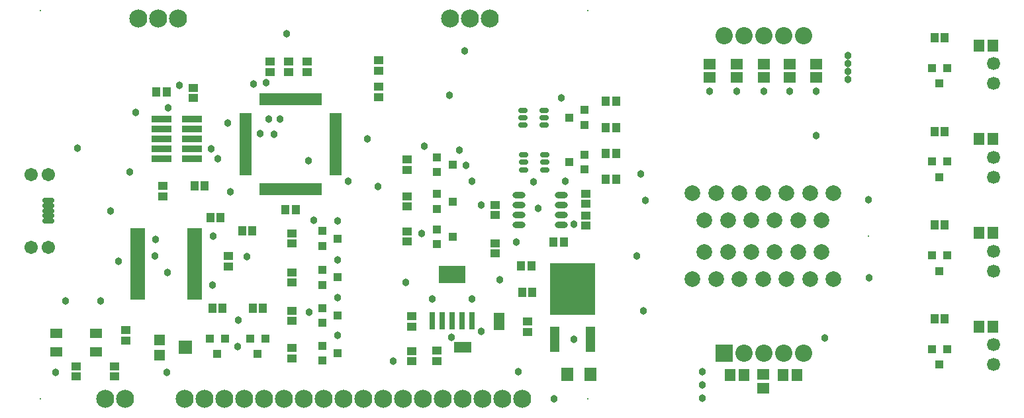
<source format=gbr>
%TF.GenerationSoftware,Altium Limited,Altium Designer,19.0.10 (269)*%
G04 Layer_Color=16711935*
%FSLAX26Y26*%
%MOIN*%
%TF.FileFunction,Soldermask,Bot*%
%TF.Part,Single*%
G01*
G75*
%TA.AperFunction,SMDPad,CuDef*%
%ADD51R,0.039496X0.043433*%
%ADD52R,0.041465X0.045402*%
%ADD53R,0.053276X0.061150*%
%ADD54R,0.102488X0.037921*%
%ADD55R,0.072961X0.027291*%
%ADD56R,0.019811X0.061150*%
%ADD57R,0.061150X0.019811*%
%ADD58R,0.031622X0.090677*%
%ADD59R,0.133984X0.090677*%
%ADD60O,0.047370X0.027685*%
%ADD61O,0.065087X0.031622*%
%ADD62R,0.088709X0.053276*%
%ADD63R,0.053276X0.088709*%
%ADD64R,0.045402X0.041465*%
%ADD65R,0.067055X0.070992*%
%ADD66R,0.055244X0.055244*%
%ADD67R,0.061150X0.053276*%
%ADD68R,0.047370X0.126110*%
%ADD69R,0.226504X0.259969*%
%ADD70R,0.043433X0.039496*%
%TA.AperFunction,ConnectorPad*%
G04:AMPARAMS|DCode=71|XSize=23.748mil|YSize=59.181mil|CornerRadius=7.937mil|HoleSize=0mil|Usage=FLASHONLY|Rotation=90.000|XOffset=0mil|YOffset=0mil|HoleType=Round|Shape=RoundedRectangle|*
%AMROUNDEDRECTD71*
21,1,0.023748,0.043307,0,0,90.0*
21,1,0.007874,0.059181,0,0,90.0*
1,1,0.015874,0.021654,0.003937*
1,1,0.015874,0.021654,-0.003937*
1,1,0.015874,-0.021654,-0.003937*
1,1,0.015874,-0.021654,0.003937*
%
%ADD71ROUNDEDRECTD71*%
%TA.AperFunction,SMDPad,CuDef*%
%ADD72R,0.059181X0.051307*%
%ADD73R,0.061150X0.065087*%
%ADD74R,0.047370X0.043433*%
%ADD75R,0.043433X0.047370*%
%TA.AperFunction,ComponentPad*%
%ADD76C,0.090677*%
%ADD77C,0.008000*%
%ADD78C,0.078866*%
%ADD79C,0.067055*%
%ADD80C,0.086740*%
%ADD81R,0.086740X0.086740*%
%ADD82C,0.066268*%
%TA.AperFunction,ViaPad*%
%ADD83C,0.038000*%
D51*
X4625984Y744055D02*
D03*
X4663386Y822795D02*
D03*
X4588583D02*
D03*
X4625984Y1688937D02*
D03*
X4663386Y1767677D02*
D03*
X4588583D02*
D03*
X4625984Y1216496D02*
D03*
X4663386Y1295236D02*
D03*
X4588583D02*
D03*
X4625984Y271614D02*
D03*
X4663386Y350354D02*
D03*
X4588583D02*
D03*
X989409Y324882D02*
D03*
X1026811Y403622D02*
D03*
X952008D02*
D03*
X1192913Y324882D02*
D03*
X1230315Y403622D02*
D03*
X1155512D02*
D03*
D52*
X4651575Y1920236D02*
D03*
X4600394D02*
D03*
X4651575Y1447795D02*
D03*
X4600394D02*
D03*
X4651575Y975354D02*
D03*
X4600394D02*
D03*
X4651575Y502913D02*
D03*
X4600394D02*
D03*
X926181Y1173228D02*
D03*
X875000D02*
D03*
X953740Y1013779D02*
D03*
X1004921D02*
D03*
X963819Y556181D02*
D03*
X1015000D02*
D03*
X1113189Y945866D02*
D03*
X1164370D02*
D03*
X1167323Y555118D02*
D03*
X1218504D02*
D03*
X2523622Y635827D02*
D03*
X2574803D02*
D03*
X2997047Y1598097D02*
D03*
X2945866D02*
D03*
X2997047Y1467848D02*
D03*
X2945866D02*
D03*
X2997047Y1337598D02*
D03*
X2945866D02*
D03*
X2997047Y1207349D02*
D03*
X2945866D02*
D03*
D53*
X4824803Y937008D02*
D03*
X4893701D02*
D03*
X4824803Y1880637D02*
D03*
X4893701D02*
D03*
X4824803Y1409449D02*
D03*
X4893701D02*
D03*
X4824803Y463583D02*
D03*
X4893701D02*
D03*
X3640748Y219488D02*
D03*
X3571850D02*
D03*
X3839567Y218504D02*
D03*
X3908464D02*
D03*
D54*
X862205Y1509449D02*
D03*
X708662D02*
D03*
X862205Y1459449D02*
D03*
X708662D02*
D03*
X862205Y1409449D02*
D03*
X708662D02*
D03*
X862205Y1359449D02*
D03*
X708662D02*
D03*
X862205Y1309449D02*
D03*
X708662D02*
D03*
D55*
X588583Y613189D02*
D03*
Y638780D02*
D03*
Y664370D02*
D03*
Y689961D02*
D03*
Y715551D02*
D03*
Y741142D02*
D03*
Y766732D02*
D03*
Y792323D02*
D03*
Y817913D02*
D03*
Y843504D02*
D03*
Y869095D02*
D03*
Y894685D02*
D03*
Y920276D02*
D03*
Y945866D02*
D03*
X874016Y613189D02*
D03*
Y638780D02*
D03*
Y664370D02*
D03*
Y689961D02*
D03*
Y715551D02*
D03*
Y741142D02*
D03*
Y766732D02*
D03*
Y792323D02*
D03*
Y817913D02*
D03*
Y843504D02*
D03*
Y869095D02*
D03*
Y894685D02*
D03*
Y920276D02*
D03*
Y945866D02*
D03*
D56*
X1210630Y1609252D02*
D03*
X1230315D02*
D03*
X1250000D02*
D03*
X1269685D02*
D03*
X1289370D02*
D03*
X1309055D02*
D03*
X1328740D02*
D03*
X1348425D02*
D03*
X1368110D02*
D03*
X1387795D02*
D03*
X1407480D02*
D03*
X1427165D02*
D03*
X1446850D02*
D03*
X1466535D02*
D03*
X1486220D02*
D03*
X1505906D02*
D03*
Y1156496D02*
D03*
X1486220D02*
D03*
X1466535D02*
D03*
X1446850D02*
D03*
X1427165D02*
D03*
X1407480D02*
D03*
X1387795D02*
D03*
X1368110D02*
D03*
X1348425D02*
D03*
X1328740D02*
D03*
X1309055D02*
D03*
X1289370D02*
D03*
X1269685D02*
D03*
X1250000D02*
D03*
X1230315D02*
D03*
X1210630D02*
D03*
D57*
X1584646Y1530512D02*
D03*
Y1510827D02*
D03*
Y1491142D02*
D03*
Y1471457D02*
D03*
Y1451772D02*
D03*
Y1432087D02*
D03*
Y1412402D02*
D03*
Y1392717D02*
D03*
Y1373032D02*
D03*
Y1353347D02*
D03*
Y1333661D02*
D03*
Y1313976D02*
D03*
Y1294291D02*
D03*
Y1274606D02*
D03*
Y1254921D02*
D03*
Y1235236D02*
D03*
X1131890D02*
D03*
Y1254921D02*
D03*
Y1274606D02*
D03*
Y1294291D02*
D03*
Y1313976D02*
D03*
Y1333661D02*
D03*
Y1353347D02*
D03*
Y1373032D02*
D03*
Y1392717D02*
D03*
Y1412402D02*
D03*
Y1432087D02*
D03*
Y1451772D02*
D03*
Y1471457D02*
D03*
Y1491142D02*
D03*
Y1510827D02*
D03*
Y1530512D02*
D03*
D58*
X2271260Y493110D02*
D03*
X2221260D02*
D03*
X2171260D02*
D03*
X2121260D02*
D03*
X2071260D02*
D03*
D59*
X2171260Y727362D02*
D03*
D60*
X2635827Y1553937D02*
D03*
Y1516535D02*
D03*
Y1479134D02*
D03*
X2529528Y1553937D02*
D03*
Y1516535D02*
D03*
Y1479134D02*
D03*
X2637795Y1328740D02*
D03*
Y1291339D02*
D03*
Y1253937D02*
D03*
X2531496Y1328740D02*
D03*
Y1291339D02*
D03*
Y1253937D02*
D03*
D61*
X2722441Y1126181D02*
D03*
Y1076181D02*
D03*
Y1026181D02*
D03*
Y976181D02*
D03*
X2507874Y1126181D02*
D03*
Y1076181D02*
D03*
Y1026181D02*
D03*
Y976181D02*
D03*
D62*
X2223425Y359252D02*
D03*
D63*
X2407480Y490158D02*
D03*
D64*
X277559Y262795D02*
D03*
Y211614D02*
D03*
X471457Y262795D02*
D03*
Y211614D02*
D03*
X868110Y1615157D02*
D03*
Y1666339D02*
D03*
X1364173Y737205D02*
D03*
Y686024D02*
D03*
Y544370D02*
D03*
Y493189D02*
D03*
X1364225Y355303D02*
D03*
Y304122D02*
D03*
X1364461Y933182D02*
D03*
Y882001D02*
D03*
X1943898Y1305040D02*
D03*
Y1253859D02*
D03*
X1943898Y1120000D02*
D03*
Y1068819D02*
D03*
Y942835D02*
D03*
Y891654D02*
D03*
X1969488Y514764D02*
D03*
Y463583D02*
D03*
Y339567D02*
D03*
Y288386D02*
D03*
X2389370Y831693D02*
D03*
Y882874D02*
D03*
X2844488Y1132874D02*
D03*
Y1081693D02*
D03*
Y1022638D02*
D03*
Y971457D02*
D03*
D65*
X826772Y358268D02*
D03*
D66*
X698819Y397638D02*
D03*
Y318898D02*
D03*
D67*
X3467520Y1718504D02*
D03*
Y1787402D02*
D03*
X3606299Y1718504D02*
D03*
Y1787402D02*
D03*
X3737010Y221457D02*
D03*
Y152559D02*
D03*
X3740157Y1718504D02*
D03*
Y1787402D02*
D03*
X3873032Y1718504D02*
D03*
Y1787402D02*
D03*
X4004921Y1718504D02*
D03*
Y1787402D02*
D03*
D68*
X2868701Y399606D02*
D03*
X2688386D02*
D03*
D69*
X2778543Y653543D02*
D03*
D70*
X1595472Y711614D02*
D03*
X1516732Y749016D02*
D03*
Y674213D02*
D03*
X1595472Y518779D02*
D03*
X1516732Y556181D02*
D03*
Y481378D02*
D03*
X1595524Y329712D02*
D03*
X1516784Y367114D02*
D03*
Y292311D02*
D03*
X1595760Y907591D02*
D03*
X1517020Y944993D02*
D03*
Y870190D02*
D03*
X2175197Y1279449D02*
D03*
X2096457Y1316851D02*
D03*
Y1242047D02*
D03*
X2175197Y1094410D02*
D03*
X2096457Y1131811D02*
D03*
Y1057008D02*
D03*
X2175197Y915276D02*
D03*
X2096457Y952677D02*
D03*
Y877874D02*
D03*
X2759842Y1517717D02*
D03*
X2838583Y1480315D02*
D03*
Y1555118D02*
D03*
X2759842Y1292323D02*
D03*
X2838583Y1254921D02*
D03*
Y1329725D02*
D03*
D71*
X139764Y1098425D02*
D03*
Y1072834D02*
D03*
Y1047244D02*
D03*
Y1021653D02*
D03*
Y996063D02*
D03*
D72*
X177165Y337598D02*
D03*
Y428150D02*
D03*
X377953Y337598D02*
D03*
Y428150D02*
D03*
D73*
X2751969Y223425D02*
D03*
X2868110D02*
D03*
D74*
X529528Y393150D02*
D03*
Y446299D02*
D03*
X713583Y1120079D02*
D03*
Y1173228D02*
D03*
X1043307Y765748D02*
D03*
Y818898D02*
D03*
X1254921Y1800197D02*
D03*
Y1747047D02*
D03*
X1348918Y1800197D02*
D03*
Y1747047D02*
D03*
X1442914Y1800197D02*
D03*
Y1747047D02*
D03*
X1803150Y1752953D02*
D03*
Y1806102D02*
D03*
Y1672244D02*
D03*
Y1619094D02*
D03*
X2094488Y341535D02*
D03*
Y288386D02*
D03*
X2387795Y1024606D02*
D03*
Y1077756D02*
D03*
X2551181Y436024D02*
D03*
Y489173D02*
D03*
D75*
X735236Y1644685D02*
D03*
X682087D02*
D03*
X1384843Y1054134D02*
D03*
X1331693D02*
D03*
X2518701Y768701D02*
D03*
X2571850D02*
D03*
X2733268Y889764D02*
D03*
X2680118D02*
D03*
D76*
X2362205Y2015748D02*
D03*
X2262205D02*
D03*
X2162205D02*
D03*
X590551D02*
D03*
X690551D02*
D03*
X790551D02*
D03*
X2526378Y98425D02*
D03*
X2426378D02*
D03*
X2326378D02*
D03*
X2226378D02*
D03*
X2126378D02*
D03*
X2026378D02*
D03*
X1926378D02*
D03*
X1826378D02*
D03*
X1726378D02*
D03*
X1626378D02*
D03*
X1526378D02*
D03*
X1426378D02*
D03*
X1326378D02*
D03*
X1226378D02*
D03*
X1126378D02*
D03*
X1026378D02*
D03*
X926378D02*
D03*
X826378D02*
D03*
X526378D02*
D03*
X426378D02*
D03*
D77*
X98425Y2055118D02*
D03*
X2854331D02*
D03*
Y98425D02*
D03*
X98425D02*
D03*
X4268504Y919842D02*
D03*
D78*
X3382677Y703307D02*
D03*
X3500787D02*
D03*
X3618898D02*
D03*
X3737008D02*
D03*
X3855118D02*
D03*
X3973228D02*
D03*
X4091339D02*
D03*
X3441732Y841102D02*
D03*
X3559843D02*
D03*
X3677953D02*
D03*
X3796063D02*
D03*
X3914173D02*
D03*
X4032284D02*
D03*
X3441732Y998583D02*
D03*
X3559843D02*
D03*
X3677953D02*
D03*
X3796063D02*
D03*
X3914173D02*
D03*
X4032284D02*
D03*
X3382677Y1136378D02*
D03*
X3500787D02*
D03*
X3618898D02*
D03*
X3737008D02*
D03*
X3855118D02*
D03*
X3973228D02*
D03*
X4091339D02*
D03*
D79*
X139764Y1230315D02*
D03*
X51181Y864173D02*
D03*
X139764D02*
D03*
X51181Y1230315D02*
D03*
D80*
X3540157Y1930433D02*
D03*
X3640157D02*
D03*
X3740157D02*
D03*
X3840157D02*
D03*
X3940157D02*
D03*
Y330433D02*
D03*
X3840157D02*
D03*
X3740157D02*
D03*
X3640157D02*
D03*
D81*
X3540157D02*
D03*
D82*
X4896614Y1788937D02*
D03*
Y1688937D02*
D03*
Y1316496D02*
D03*
Y1216496D02*
D03*
Y844055D02*
D03*
Y744055D02*
D03*
Y371614D02*
D03*
Y271614D02*
D03*
D83*
X1235236Y1691929D02*
D03*
X1172244Y1685039D02*
D03*
X1248032Y1508858D02*
D03*
X1306102Y1507874D02*
D03*
X4165354Y1830669D02*
D03*
Y1790669D02*
D03*
Y1710669D02*
D03*
Y1750669D02*
D03*
X3467520Y1650591D02*
D03*
X4004921Y1648622D02*
D03*
X3606299D02*
D03*
X3873032Y1649606D02*
D03*
X3740157D02*
D03*
X1204725Y1436024D02*
D03*
X741142Y1566929D02*
D03*
X1336902Y1940945D02*
D03*
X2236220Y1854331D02*
D03*
X2017666Y933182D02*
D03*
X3145611Y1098425D02*
D03*
X3102362Y817913D02*
D03*
X3135256Y541339D02*
D03*
X4047244Y405512D02*
D03*
X4004921Y1425197D02*
D03*
X4271654Y708307D02*
D03*
X4267717Y1103975D02*
D03*
X1452756Y535118D02*
D03*
X679460Y901575D02*
D03*
X964567Y673228D02*
D03*
X1094488Y496063D02*
D03*
X173228Y232284D02*
D03*
X1055118Y1144410D02*
D03*
X452269Y1047244D02*
D03*
X283465Y1362205D02*
D03*
X1275591Y1432087D02*
D03*
X1448819Y1300440D02*
D03*
X1744094Y1411174D02*
D03*
X2031496Y1373032D02*
D03*
X1937008Y685039D02*
D03*
X2169291Y409449D02*
D03*
X2503937Y236220D02*
D03*
X2685039Y98425D02*
D03*
X2412976Y700787D02*
D03*
X2603346Y1059732D02*
D03*
X2740157Y1196850D02*
D03*
X2157480Y1629921D02*
D03*
X2720551Y1615157D02*
D03*
X3122047Y1233268D02*
D03*
X1475406Y1000079D02*
D03*
X549724Y1241931D02*
D03*
X2316929Y1077756D02*
D03*
Y437992D02*
D03*
X2581693Y1193648D02*
D03*
X799213Y1678150D02*
D03*
X1136811Y815945D02*
D03*
X737205Y736221D02*
D03*
X1875000Y288386D02*
D03*
X2784291Y399606D02*
D03*
X3431851Y102362D02*
D03*
Y169291D02*
D03*
Y236220D02*
D03*
X1090551Y362205D02*
D03*
X2240157Y1275591D02*
D03*
X2271653Y1196850D02*
D03*
X2208661Y1353347D02*
D03*
X1595524Y418358D02*
D03*
X1595472Y798925D02*
D03*
Y610236D02*
D03*
X1595760Y997311D02*
D03*
X1648622Y1194882D02*
D03*
X1799213Y1170276D02*
D03*
X674213Y817913D02*
D03*
X492126Y791339D02*
D03*
X226378Y594488D02*
D03*
X400591D02*
D03*
X969488Y920276D02*
D03*
X579724Y1542323D02*
D03*
X734252Y233268D02*
D03*
X2783366Y978248D02*
D03*
X2496063Y889764D02*
D03*
X958662Y1360236D02*
D03*
X992126Y1308071D02*
D03*
X1042323Y1491142D02*
D03*
X2070866Y601378D02*
D03*
X2271260Y602756D02*
D03*
%TF.MD5,655a4ac28dc95d75474829c6e5a39dba*%
M02*

</source>
